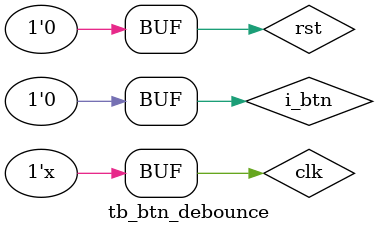
<source format=v>
`timescale 1ns / 1ps


module tb_btn_debounce ();

    reg clk, rst, i_btn;
    wire o_btn;

    btn_debounce dut (
        .clk  (clk),
        .rst  (rst),
        .i_btn(i_btn),
        .o_btn(o_btn)
    );


    always #5 clk = ~clk;

    initial begin
        #0;
        clk =0;
        rst =1;
        i_btn =0;

        #100;
        rst =0;

        #1000
        i_btn =1;
        #100
        i_btn =0;
    end
endmodule

</source>
